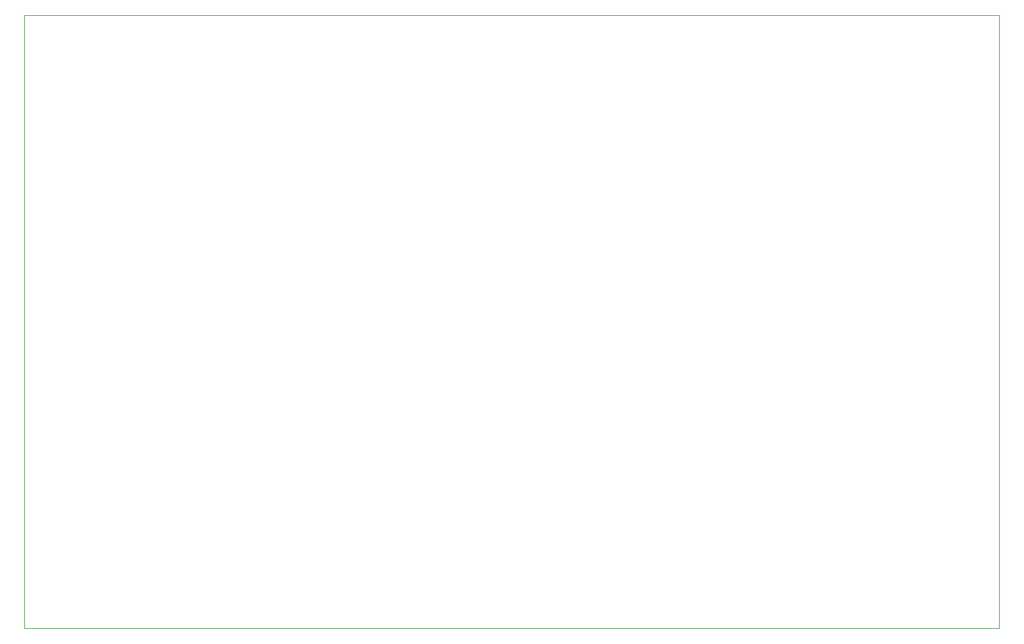
<source format=gbr>
%TF.GenerationSoftware,KiCad,Pcbnew,8.0.3*%
%TF.CreationDate,2024-08-22T11:59:31+02:00*%
%TF.ProjectId,PCB_Banc,5043425f-4261-46e6-932e-6b696361645f,rev?*%
%TF.SameCoordinates,Original*%
%TF.FileFunction,Profile,NP*%
%FSLAX46Y46*%
G04 Gerber Fmt 4.6, Leading zero omitted, Abs format (unit mm)*
G04 Created by KiCad (PCBNEW 8.0.3) date 2024-08-22 11:59:31*
%MOMM*%
%LPD*%
G01*
G04 APERTURE LIST*
%TA.AperFunction,Profile*%
%ADD10C,0.050000*%
%TD*%
G04 APERTURE END LIST*
D10*
X50500000Y-50000000D02*
X186136000Y-50000000D01*
X186136000Y-135344000D01*
X50500000Y-135344000D01*
X50500000Y-50000000D01*
M02*

</source>
